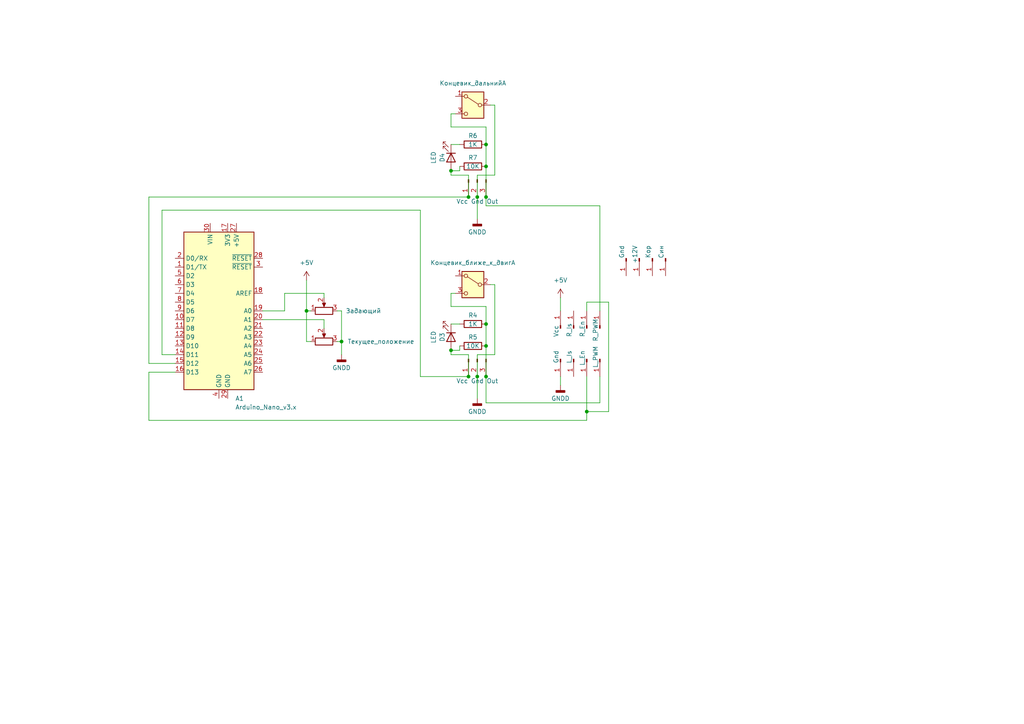
<source format=kicad_sch>
(kicad_sch (version 20230121) (generator eeschema)
  (paper "A4")
  (lib_symbols
    (symbol "Connector:Conn_01x01_Pin" (pin_names (offset 1.016) hide)
      (property "Reference" "J" (at 0 2.54 0))
      (property "Value" "Conn_01x01_Pin" (at 0 -2.54 0))
      (symbol "Conn_01x01_Pin_1_1"
        (polyline (pts (xy 1.27 0) (xy 0.8636 0)) (stroke (width 0.1524)))
        (rectangle (start 0.8636 0.127) (end 0 -0.127) (stroke (width 0.1524)) (fill (type outline)))
        (pin passive line (at 5.08 0 180) (length 3.81) (name "Pin_1") (number "1"))
      )
    )
    (symbol "Connector:Conn_01x03_Pin" (pin_names (offset 1.016) hide)
      (property "Reference" "J" (at 0 5.08 0))
      (property "Value" "Conn_01x03_Pin" (at 0 -5.08 0))
      (symbol "Conn_01x03_Pin_1_1"
        (polyline (pts (xy 1.27 -2.54) (xy 0.8636 -2.54)) (stroke (width 0.1524)))
        (polyline (pts (xy 1.27 0) (xy 0.8636 0)) (stroke (width 0.1524)))
        (polyline (pts (xy 1.27 2.54) (xy 0.8636 2.54)) (stroke (width 0.1524)))
        (rectangle (start 0.8636 -2.413) (end 0 -2.667) (stroke (width 0.1524)) (fill (type outline)))
        (rectangle (start 0.8636 0.127) (end 0 -0.127) (stroke (width 0.1524)) (fill (type outline)))
        (rectangle (start 0.8636 2.667) (end 0 2.413) (stroke (width 0.1524)) (fill (type outline)))
        (pin passive line (at 5.08 2.54 180) (length 3.81) (name "Pin_1") (number "1"))
        (pin passive line (at 5.08 0 180) (length 3.81) (name "Pin_2") (number "2"))
        (pin passive line (at 5.08 -2.54 180) (length 3.81) (name "Pin_3") (number "3"))
      )
    )
    (symbol "Device:LED" (pin_numbers hide) (pin_names (offset 1.016) hide)
      (property "Reference" "D" (at 0 2.54 0))
      (property "Value" "LED" (at 0 -2.54 0))
      (symbol "LED_0_1"
        (polyline (pts (xy -1.27 -1.27) (xy -1.27 1.27)) (stroke (width 0.254)))
        (polyline (pts (xy -1.27 0) (xy 1.27 0)))
        (polyline (pts (xy 1.27 -1.27) (xy 1.27 1.27) (xy -1.27 0) (xy 1.27 -1.27)) (stroke (width 0.254)))
        (polyline (pts (xy -3.048 -0.762) (xy -4.572 -2.286) (xy -3.81 -2.286) (xy -4.572 -2.286) (xy -4.572 -1.524)))
        (polyline (pts (xy -1.778 -0.762) (xy -3.302 -2.286) (xy -2.54 -2.286) (xy -3.302 -2.286) (xy -3.302 -1.524)))
      )
      (symbol "LED_1_1"
        (pin passive line (at -3.81 0 0) (length 2.54) (name "K") (number "1"))
        (pin passive line (at 3.81 0 180) (length 2.54) (name "A") (number "2"))
      )
    )
    (symbol "Device:R" (pin_numbers hide) (pin_names (offset 0))
      (property "Reference" "R" (at 2.032 0 90))
      (property "Value" "R" (at 0 0 90))
      (symbol "R_0_1"
        (rectangle (start -1.016 -2.54) (end 1.016 2.54) (stroke (width 0.254)))
      )
      (symbol "R_1_1"
        (pin passive line (at 0 3.81 270) (length 1.27) (name "~") (number "1"))
        (pin passive line (at 0 -3.81 90) (length 1.27) (name "~") (number "2"))
      )
    )
    (symbol "Device:R_Potentiometer" (pin_names (offset 1.016) hide)
      (property "Reference" "RV" (at -4.445 0 90))
      (property "Value" "R_Potentiometer" (at -2.54 0 90))
      (symbol "R_Potentiometer_0_1"
        (polyline (pts (xy 2.54 0) (xy 1.524 0)))
        (polyline (pts (xy 1.143 0) (xy 2.286 0.508) (xy 2.286 -0.508) (xy 1.143 0)) (fill (type outline)))
        (rectangle (start 1.016 2.54) (end -1.016 -2.54) (stroke (width 0.254)))
      )
      (symbol "R_Potentiometer_1_1"
        (pin passive line (at 0 3.81 270) (length 1.27) (name "1") (number "1"))
        (pin passive line (at 3.81 0 180) (length 1.27) (name "2") (number "2"))
        (pin passive line (at 0 -3.81 90) (length 1.27) (name "3") (number "3"))
      )
    )
    (symbol "MCU_Module:Arduino_Nano_v3.x"
      (property "Reference" "A" (at -10.16 23.495 0))
      (property "Value" "Arduino_Nano_v3.x" (at 5.08 -24.13 0))
      (symbol "Arduino_Nano_v3.x_0_1"
        (rectangle (start -10.16 22.86) (end 10.16 -22.86) (stroke (width 0.254)) (fill (type background)))
      )
      (symbol "Arduino_Nano_v3.x_1_1"
        (pin bidirectional line (at -12.7 12.7 0) (length 2.54) (name "D1/TX") (number "1"))
        (pin bidirectional line (at -12.7 -2.54 0) (length 2.54) (name "D7") (number "10"))
        (pin bidirectional line (at -12.7 -5.08 0) (length 2.54) (name "D8") (number "11"))
        (pin bidirectional line (at -12.7 -7.62 0) (length 2.54) (name "D9") (number "12"))
        (pin bidirectional line (at -12.7 -10.16 0) (length 2.54) (name "D10") (number "13"))
        (pin bidirectional line (at -12.7 -12.7 0) (length 2.54) (name "D11") (number "14"))
        (pin bidirectional line (at -12.7 -15.24 0) (length 2.54) (name "D12") (number "15"))
        (pin bidirectional line (at -12.7 -17.78 0) (length 2.54) (name "D13") (number "16"))
        (pin power_out line (at 2.54 25.4 270) (length 2.54) (name "3V3") (number "17"))
        (pin input line (at 12.7 5.08 180) (length 2.54) (name "AREF") (number "18"))
        (pin bidirectional line (at 12.7 0 180) (length 2.54) (name "A0") (number "19"))
        (pin bidirectional line (at -12.7 15.24 0) (length 2.54) (name "D0/RX") (number "2"))
        (pin bidirectional line (at 12.7 -2.54 180) (length 2.54) (name "A1") (number "20"))
        (pin bidirectional line (at 12.7 -5.08 180) (length 2.54) (name "A2") (number "21"))
        (pin bidirectional line (at 12.7 -7.62 180) (length 2.54) (name "A3") (number "22"))
        (pin bidirectional line (at 12.7 -10.16 180) (length 2.54) (name "A4") (number "23"))
        (pin bidirectional line (at 12.7 -12.7 180) (length 2.54) (name "A5") (number "24"))
        (pin bidirectional line (at 12.7 -15.24 180) (length 2.54) (name "A6") (number "25"))
        (pin bidirectional line (at 12.7 -17.78 180) (length 2.54) (name "A7") (number "26"))
        (pin power_out line (at 5.08 25.4 270) (length 2.54) (name "+5V") (number "27"))
        (pin input line (at 12.7 15.24 180) (length 2.54) (name "~{RESET}") (number "28"))
        (pin power_in line (at 2.54 -25.4 90) (length 2.54) (name "GND") (number "29"))
        (pin input line (at 12.7 12.7 180) (length 2.54) (name "~{RESET}") (number "3"))
        (pin power_in line (at -2.54 25.4 270) (length 2.54) (name "VIN") (number "30"))
        (pin power_in line (at 0 -25.4 90) (length 2.54) (name "GND") (number "4"))
        (pin bidirectional line (at -12.7 10.16 0) (length 2.54) (name "D2") (number "5"))
        (pin bidirectional line (at -12.7 7.62 0) (length 2.54) (name "D3") (number "6"))
        (pin bidirectional line (at -12.7 5.08 0) (length 2.54) (name "D4") (number "7"))
        (pin bidirectional line (at -12.7 2.54 0) (length 2.54) (name "D5") (number "8"))
        (pin bidirectional line (at -12.7 0 0) (length 2.54) (name "D6") (number "9"))
      )
    )
    (symbol "Switch:SW_DPDT_x2" (pin_names (offset 0) hide)
      (property "Reference" "SW" (at 0 5.08 0))
      (property "Value" "SW_DPDT_x2" (at 0 -5.08 0))
      (symbol "SW_DPDT_x2_0_0"
        (circle (center -2.032 0) (radius 0.508))
        (circle (center 2.032 -2.54) (radius 0.508))
      )
      (symbol "SW_DPDT_x2_0_1"
        (rectangle (start -3.175 3.81) (end 3.175 -3.81) (stroke (width 0.254)) (fill (type background)))
        (polyline (pts (xy -1.524 0.254) (xy 1.5748 2.286)))
        (circle (center 2.032 2.54) (radius 0.508))
      )
      (symbol "SW_DPDT_x2_1_1"
        (pin passive line (at 5.08 2.54 180) (length 2.54) (name "A") (number "1"))
        (pin passive line (at -5.08 0 0) (length 2.54) (name "B") (number "2"))
        (pin passive line (at 5.08 -2.54 180) (length 2.54) (name "C") (number "3"))
      )
      (symbol "SW_DPDT_x2_2_1"
        (pin passive line (at 5.08 2.54 180) (length 2.54) (name "A") (number "4"))
        (pin passive line (at -5.08 0 0) (length 2.54) (name "B") (number "5"))
        (pin passive line (at 5.08 -2.54 180) (length 2.54) (name "C") (number "6"))
      )
    )
    (symbol "power:+5V" (power) (pin_names (offset 0))
      (property "Value" "+5V" (at 0 3.556 0))
      (symbol "+5V_0_1"
        (polyline (pts (xy -0.762 1.27) (xy 0 2.54)))
        (polyline (pts (xy 0 0) (xy 0 2.54)))
        (polyline (pts (xy 0 2.54) (xy 0.762 1.27)))
      )
      (symbol "+5V_1_1"
        (pin power_in line (at 0 0 90) (length 0) hide (name "+5V") (number "1"))
      )
    )
    (symbol "power:GNDD" (power) (pin_names (offset 0))
      (property "Value" "GNDD" (at 0 -3.175 0))
      (symbol "GNDD_0_1"
        (rectangle (start -1.27 -1.524) (end 1.27 -2.032) (stroke (width 0.254)) (fill (type outline)))
        (polyline (pts (xy 0 0) (xy 0 -1.524)))
      )
      (symbol "GNDD_1_1"
        (pin power_in line (at 0 0 270) (length 0) hide (name "GNDD") (number "1"))
      )
    )
  )
  (junction (at 170.18 119.38))
  (junction (at 99.06 99.06))
  (junction (at 88.9 90.17))
  (junction (at 130.81 49.53))
  (junction (at 138.43 109.22))
  (junction (at 140.97 93.98))
  (junction (at 135.89 109.22))
  (junction (at 138.43 57.15))
  (junction (at 130.81 101.6))
  (junction (at 140.97 57.15))
  (junction (at 135.89 57.15))
  (junction (at 140.97 100.33))
  (junction (at 140.97 41.91))
  (junction (at 140.97 48.26))
  (junction (at 140.97 109.22))
  (wire (pts (xy 121.92 60.96) (xy 121.92 109.22)))
  (wire (pts (xy 170.18 119.38) (xy 176.53 119.38)))
  (wire (pts (xy 88.9 81.28) (xy 88.9 90.17)))
  (wire (pts (xy 88.9 90.17) (xy 90.17 90.17)))
  (wire (pts (xy 170.18 121.92) (xy 170.18 119.38)))
  (wire (pts (xy 43.18 107.95) (xy 43.18 121.92)))
  (wire (pts (xy 121.92 109.22) (xy 135.89 109.22)))
  (wire (pts (xy 97.79 90.17) (xy 99.06 90.17)))
  (wire (pts (xy 50.8 107.95) (xy 43.18 107.95)))
  (wire (pts (xy 170.18 87.63) (xy 170.18 90.17)))
  (wire (pts (xy 130.81 93.98) (xy 133.35 93.98)))
  (wire (pts (xy 138.43 102.87) (xy 138.43 109.22)))
  (wire (pts (xy 143.51 50.8) (xy 143.51 30.48)))
  (wire (pts (xy 173.99 109.22) (xy 173.99 116.84)))
  (wire (pts (xy 140.97 41.91) (xy 140.97 48.26)))
  (wire (pts (xy 50.8 105.41) (xy 43.18 105.41)))
  (wire (pts (xy 130.81 85.09) (xy 132.08 85.09)))
  (wire (pts (xy 130.81 50.8) (xy 130.81 49.53)))
  (wire (pts (xy 130.81 33.02) (xy 132.08 33.02)))
  (wire (pts (xy 176.53 119.38) (xy 176.53 87.63)))
  (wire (pts (xy 173.99 59.69) (xy 140.97 59.69)))
  (wire (pts (xy 130.81 41.91) (xy 133.35 41.91)))
  (wire (pts (xy 138.43 57.15) (xy 138.43 63.5)))
  (wire (pts (xy 50.8 102.87) (xy 46.99 102.87)))
  (wire (pts (xy 133.35 49.53) (xy 133.35 48.26)))
  (wire (pts (xy 135.89 50.8) (xy 135.89 57.15)))
  (wire (pts (xy 140.97 36.83) (xy 140.97 41.91)))
  (wire (pts (xy 130.81 102.87) (xy 130.81 101.6)))
  (wire (pts (xy 140.97 116.84) (xy 140.97 109.22)))
  (wire (pts (xy 82.55 85.09) (xy 82.55 90.17)))
  (wire (pts (xy 130.81 36.83) (xy 140.97 36.83)))
  (wire (pts (xy 88.9 99.06) (xy 88.9 90.17)))
  (wire (pts (xy 138.43 109.22) (xy 138.43 115.57)))
  (wire (pts (xy 170.18 109.22) (xy 170.18 119.38)))
  (wire (pts (xy 162.56 86.36) (xy 162.56 90.17)))
  (wire (pts (xy 99.06 99.06) (xy 99.06 102.87)))
  (wire (pts (xy 173.99 90.17) (xy 173.99 59.69)))
  (wire (pts (xy 173.99 116.84) (xy 140.97 116.84)))
  (wire (pts (xy 130.81 101.6) (xy 133.35 101.6)))
  (wire (pts (xy 140.97 48.26) (xy 140.97 57.15)))
  (wire (pts (xy 82.55 90.17) (xy 76.2 90.17)))
  (wire (pts (xy 93.98 92.71) (xy 93.98 95.25)))
  (wire (pts (xy 43.18 57.15) (xy 135.89 57.15)))
  (wire (pts (xy 99.06 99.06) (xy 97.79 99.06)))
  (wire (pts (xy 143.51 30.48) (xy 142.24 30.48)))
  (wire (pts (xy 135.89 102.87) (xy 135.89 109.22)))
  (wire (pts (xy 140.97 100.33) (xy 140.97 109.22)))
  (wire (pts (xy 46.99 102.87) (xy 46.99 60.96)))
  (wire (pts (xy 93.98 85.09) (xy 82.55 85.09)))
  (wire (pts (xy 176.53 87.63) (xy 170.18 87.63)))
  (wire (pts (xy 138.43 50.8) (xy 138.43 57.15)))
  (wire (pts (xy 46.99 60.96) (xy 121.92 60.96)))
  (wire (pts (xy 162.56 109.22) (xy 162.56 111.76)))
  (wire (pts (xy 130.81 85.09) (xy 130.81 88.9)))
  (wire (pts (xy 76.2 92.71) (xy 93.98 92.71)))
  (wire (pts (xy 140.97 88.9) (xy 140.97 93.98)))
  (wire (pts (xy 135.89 50.8) (xy 130.81 50.8)))
  (wire (pts (xy 130.81 33.02) (xy 130.81 36.83)))
  (wire (pts (xy 135.89 102.87) (xy 130.81 102.87)))
  (wire (pts (xy 140.97 93.98) (xy 140.97 100.33)))
  (wire (pts (xy 138.43 102.87) (xy 143.51 102.87)))
  (wire (pts (xy 133.35 101.6) (xy 133.35 100.33)))
  (wire (pts (xy 140.97 57.15) (xy 140.97 59.69)))
  (wire (pts (xy 43.18 121.92) (xy 170.18 121.92)))
  (wire (pts (xy 93.98 86.36) (xy 93.98 85.09)))
  (wire (pts (xy 143.51 102.87) (xy 143.51 82.55)))
  (wire (pts (xy 130.81 49.53) (xy 133.35 49.53)))
  (wire (pts (xy 143.51 82.55) (xy 142.24 82.55)))
  (wire (pts (xy 90.17 99.06) (xy 88.9 99.06)))
  (wire (pts (xy 99.06 90.17) (xy 99.06 99.06)))
  (wire (pts (xy 130.81 88.9) (xy 140.97 88.9)))
  (wire (pts (xy 43.18 105.41) (xy 43.18 57.15)))
  (wire (pts (xy 138.43 50.8) (xy 143.51 50.8)))
  (symbol (lib_id "Connector:Conn_01x01_Pin") (at 166.37 95.25 270) (mirror x) (unit 1)
    (property "Reference" "R_Is" (at 165.1 97.79 0) (effects (justify left)))
    (property "Value" "Conn_01x01_Pin" (effects hide))
  )
  (symbol (lib_id "Connector:Conn_01x01_Pin") (at 173.99 104.14 270) (unit 1)
    (property "Reference" "L_PWM" (at 172.72 100.33 0) (effects (justify left)))
    (property "Value" "Conn_01x01_Pin" (effects hide))
  )
  (symbol (lib_id "Connector:Conn_01x01_Pin") (at 185.42 74.93 270) (unit 1)
    (property "Reference" "+12V" (at 184.15 71.12 0) (effects (justify left)))
    (property "Value" "Conn_01x01_Pin" (effects hide))
  )
  (symbol (lib_id "Connector:Conn_01x03_Pin") (at 138.43 104.14 90) (mirror x) (unit 1)
    (property "Reference" "J3" (effects hide))
    (property "Value" "Vcc Gnd Out" (at 138.43 110.49 90))
  )
  (symbol (lib_id "Device:R") (at 137.16 93.98 270) (unit 1)
    (property "Reference" "R4" (at 137.16 91.44 90))
    (property "Value" "1K" (at 137.16 93.98 90))
  )
  (symbol (lib_id "Device:LED") (at 130.81 97.79 270) (unit 1)
    (property "Reference" "D3" (at 128.27 97.79 0))
    (property "Value" "LED" (at 125.73 97.79 0))
  )
  (symbol (lib_id "Connector:Conn_01x01_Pin") (at 193.04 74.93 270) (unit 1)
    (property "Reference" "Син" (at 191.77 71.12 0) (effects (justify left)))
    (property "Value" "Conn_01x01_Pin" (effects hide))
  )
  (symbol (lib_id "Device:R") (at 137.16 41.91 270) (unit 1)
    (property "Reference" "R6" (at 137.16 39.37 90))
    (property "Value" "1K" (at 137.16 41.91 90))
  )
  (symbol (lib_id "Connector:Conn_01x01_Pin") (at 189.23 74.93 270) (unit 1)
    (property "Reference" "Кор" (at 187.96 71.12 0) (effects (justify left)))
    (property "Value" "Conn_01x01_Pin" (effects hide))
  )
  (symbol (lib_id "Connector:Conn_01x01_Pin") (at 166.37 104.14 270) (unit 1)
    (property "Reference" "L_Is" (at 165.1 101.6 0) (effects (justify left)))
    (property "Value" "Conn_01x01_Pin" (effects hide))
  )
  (symbol (lib_id "Connector:Conn_01x03_Pin") (at 138.43 52.07 90) (mirror x) (unit 1)
    (property "Reference" "J2" (effects hide))
    (property "Value" "Vcc Gnd Out" (at 138.43 58.42 90))
  )
  (symbol (lib_id "power:GNDD") (at 162.56 111.76 0) (unit 1)
    (property "Reference" "#PWR06" (effects hide))
    (property "Value" "GNDD" (at 162.56 115.57 0))
  )
  (symbol (lib_id "MCU_Module:Arduino_Nano_v3.x") (at 63.5 90.17 0) (unit 1)
    (property "Reference" "A1" (at 68.2341 115.57 0) (effects (justify left)))
    (property "Value" "Arduino_Nano_v3.x" (at 68.2341 118.11 0) (effects (justify left)))
    (property "Footprint" "Module:Arduino_Nano" (effects hide))
    (property "Datasheet" "http://www.mouser.com/pdfdocs/Gravitech_Arduino_Nano3_0.pdf" (effects hide))
  )
  (symbol (lib_id "Switch:SW_DPDT_x2") (at 137.16 30.48 0) (mirror y) (unit 1)
    (property "Reference" "Концевик_дальний" (at 137.16 24.13 0))
    (property "Value" "SW_DPDT_x2" (effects hide))
  )
  (symbol (lib_id "Connector:Conn_01x01_Pin") (at 162.56 104.14 270) (unit 1)
    (property "Reference" "Gnd" (at 161.29 101.6 0) (effects (justify left)))
    (property "Value" "Conn_01x01_Pin" (effects hide))
  )
  (symbol (lib_id "Device:LED") (at 130.81 45.72 270) (unit 1)
    (property "Reference" "D4" (at 128.27 45.72 0))
    (property "Value" "LED" (at 125.73 45.72 0))
  )
  (symbol (lib_id "Device:R_Potentiometer") (at 93.98 99.06 90) (unit 1)
    (property "Reference" "Текущее_положение" (at 110.49 99.06 90))
    (property "Value" "R_Potentiometer" (effects hide))
  )
  (symbol (lib_id "Connector:Conn_01x01_Pin") (at 181.61 74.93 270) (unit 1)
    (property "Reference" "Gnd" (at 180.34 71.12 0) (effects (justify left)))
    (property "Value" "Conn_01x01_Pin" (effects hide))
  )
  (symbol (lib_id "Switch:SW_DPDT_x2") (at 137.16 82.55 0) (mirror y) (unit 1)
    (property "Reference" "Концевик_ближе_к_двиг" (at 137.16 76.2 0))
    (property "Value" "SW_DPDT_x2" (effects hide))
  )
  (symbol (lib_id "Connector:Conn_01x01_Pin") (at 162.56 95.25 270) (mirror x) (unit 1)
    (property "Reference" "Vcc" (at 161.29 97.79 0) (effects (justify left)))
    (property "Value" "Conn_01x01_Pin" (effects hide))
  )
  (symbol (lib_id "Connector:Conn_01x01_Pin") (at 170.18 95.25 270) (mirror x) (unit 1)
    (property "Reference" "R_En" (at 168.91 97.79 0) (effects (justify left)))
    (property "Value" "Conn_01x01_Pin" (effects hide))
  )
  (symbol (lib_id "Connector:Conn_01x01_Pin") (at 173.99 95.25 270) (mirror x) (unit 1)
    (property "Reference" "R_PWM" (at 172.72 99.06 0) (effects (justify left)))
    (property "Value" "Conn_01x01_Pin" (effects hide))
  )
  (symbol (lib_id "Device:R") (at 137.16 48.26 270) (unit 1)
    (property "Reference" "R7" (at 137.16 45.72 90))
    (property "Value" "10K" (at 137.16 48.26 90))
  )
  (symbol (lib_id "power:+5V") (at 88.9 81.28 0) (unit 1)
    (property "Reference" "#PWR03" (effects hide))
    (property "Value" "+5V" (at 88.9 76.2 0))
  )
  (symbol (lib_id "power:GNDD") (at 138.43 63.5 0) (unit 1)
    (property "Reference" "#PWR05" (effects hide))
    (property "Value" "GNDD" (at 138.43 67.31 0))
  )
  (symbol (lib_id "Device:R") (at 137.16 100.33 270) (unit 1)
    (property "Reference" "R5" (at 137.16 97.79 90))
    (property "Value" "10K" (at 137.16 100.33 90))
  )
  (symbol (lib_id "power:GNDD") (at 138.43 115.57 0) (unit 1)
    (property "Reference" "#PWR02" (effects hide))
    (property "Value" "GNDD" (at 138.43 119.38 0))
  )
  (symbol (lib_id "Connector:Conn_01x01_Pin") (at 170.18 104.14 270) (unit 1)
    (property "Reference" "L_En" (at 168.91 101.6 0) (effects (justify left)))
    (property "Value" "Conn_01x01_Pin" (effects hide))
  )
  (symbol (lib_id "power:GNDD") (at 99.06 102.87 0) (unit 1)
    (property "Reference" "#PWR01" (effects hide))
    (property "Value" "GNDD" (at 99.06 106.68 0))
  )
  (symbol (lib_id "power:+5V") (at 162.56 86.36 0) (unit 1)
    (property "Reference" "#PWR07" (effects hide))
    (property "Value" "+5V" (at 162.56 81.28 0))
  )
  (symbol (lib_id "Device:R_Potentiometer") (at 93.98 90.17 90) (unit 1)
    (property "Reference" "Задающий" (at 105.41 90.17 90))
    (property "Value" "R_Potentiometer" (effects hide))
  )
)
</source>
